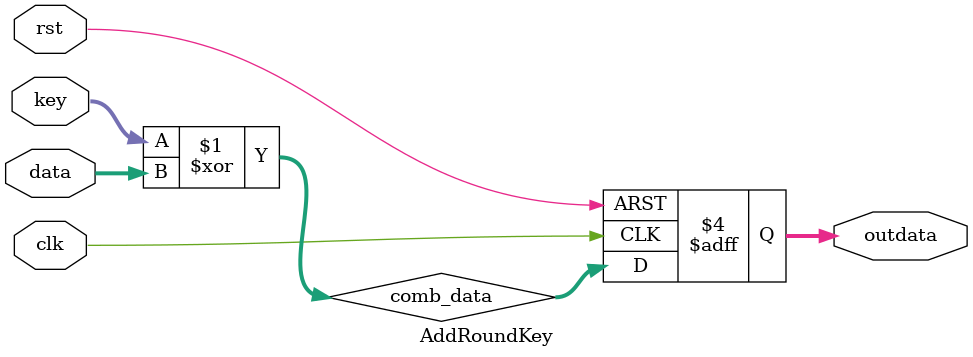
<source format=v>
module AddRoundKey(clk,rst,key,data,outdata);
input clk,rst ;
input         [127:0] key,data;
output  reg   [127:0] outdata;

wire [127:0] comb_data;
assign comb_data= key^data;


always@(posedge clk , negedge rst)
    begin 
        if(!rst)
            outdata<=0;
        else
            outdata<=comb_data;
    end


/*
genvar i;
    for(i=0;i<16;i=i+1)
        assign comb_data[i*8+7:i*8]=key[i*8+7:i*8]^data[i*8+7:i*8];
  */ 
endmodule




</source>
